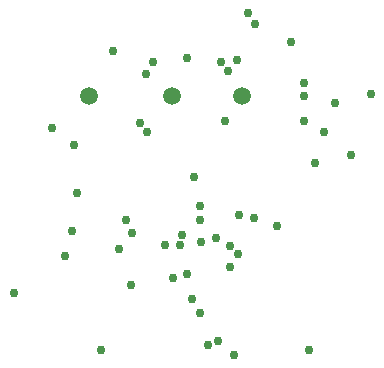
<source format=gbr>
G04 EAGLE Gerber RS-274X export*
G75*
%MOMM*%
%FSLAX34Y34*%
%LPD*%
%INVias*%
%IPPOS*%
%AMOC8*
5,1,8,0,0,1.08239X$1,22.5*%
G01*
G04 Define Apertures*
%ADD10C,0.756400*%
%ADD11C,1.500000*%
D10*
X46292Y-43768D03*
X-9144Y-64008D03*
X-15240Y-36576D03*
X-3048Y-36576D03*
X13812Y-93440D03*
X15240Y-33528D03*
X39127Y-54960D03*
X102108Y89916D03*
X-48768Y-15240D03*
X54864Y160020D03*
X-54864Y-39624D03*
X102108Y68580D03*
X35052Y68580D03*
X32004Y118872D03*
X-43576Y-26384D03*
X-59436Y128016D03*
X-32004Y108204D03*
X-36576Y67056D03*
X9144Y21336D03*
X-44196Y-70104D03*
X79248Y-19812D03*
X-92964Y48768D03*
X13716Y-3048D03*
X-111252Y62484D03*
X-1524Y-27432D03*
X111252Y33528D03*
X39794Y-37414D03*
D11*
X-80000Y90000D03*
X-10000Y90000D03*
X50000Y90000D03*
D10*
X91440Y135636D03*
X102108Y100584D03*
X27432Y-30480D03*
X3048Y-60960D03*
X-143684Y-76772D03*
X-100584Y-45720D03*
X45720Y120396D03*
X60960Y150876D03*
X128016Y83820D03*
X3048Y121920D03*
X141732Y39624D03*
X38100Y111252D03*
X-25908Y118872D03*
X118872Y59436D03*
X-30480Y59436D03*
X-89916Y7620D03*
X-70104Y-124968D03*
X106680Y-124968D03*
X20488Y-121191D03*
X-94488Y-24384D03*
X13716Y-15240D03*
X59979Y-13687D03*
X7744Y-82296D03*
X47244Y-10668D03*
X29576Y-117872D03*
X158496Y91440D03*
X42771Y-129200D03*
M02*

</source>
